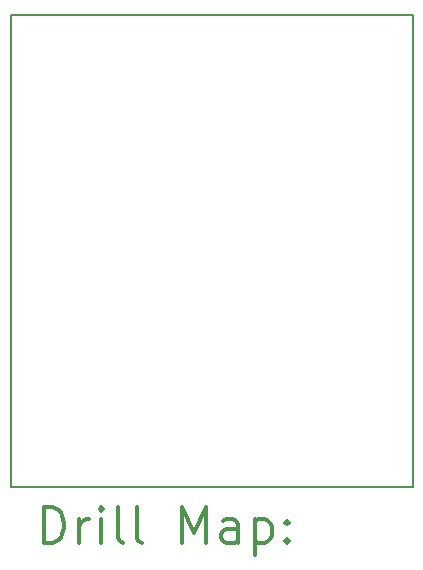
<source format=gbr>
%FSLAX45Y45*%
G04 Gerber Fmt 4.5, Leading zero omitted, Abs format (unit mm)*
G04 Created by KiCad (PCBNEW 5.0.2-bee76a0~70~ubuntu18.04.1) date Mi 24 Jul 2019 00:54:44 CEST*
%MOMM*%
%LPD*%
G01*
G04 APERTURE LIST*
%ADD10C,0.150000*%
%ADD11C,0.200000*%
%ADD12C,0.300000*%
G04 APERTURE END LIST*
D10*
X8300000Y-10000000D02*
X8300000Y-14000000D01*
X11700000Y-10000000D02*
X8300000Y-10000000D01*
X11700000Y-14000000D02*
X11700000Y-10000000D01*
X8300000Y-14000000D02*
X11700000Y-14000000D01*
D11*
D12*
X8578928Y-14473214D02*
X8578928Y-14173214D01*
X8650357Y-14173214D01*
X8693214Y-14187500D01*
X8721786Y-14216071D01*
X8736071Y-14244643D01*
X8750357Y-14301786D01*
X8750357Y-14344643D01*
X8736071Y-14401786D01*
X8721786Y-14430357D01*
X8693214Y-14458929D01*
X8650357Y-14473214D01*
X8578928Y-14473214D01*
X8878928Y-14473214D02*
X8878928Y-14273214D01*
X8878928Y-14330357D02*
X8893214Y-14301786D01*
X8907500Y-14287500D01*
X8936071Y-14273214D01*
X8964643Y-14273214D01*
X9064643Y-14473214D02*
X9064643Y-14273214D01*
X9064643Y-14173214D02*
X9050357Y-14187500D01*
X9064643Y-14201786D01*
X9078928Y-14187500D01*
X9064643Y-14173214D01*
X9064643Y-14201786D01*
X9250357Y-14473214D02*
X9221786Y-14458929D01*
X9207500Y-14430357D01*
X9207500Y-14173214D01*
X9407500Y-14473214D02*
X9378928Y-14458929D01*
X9364643Y-14430357D01*
X9364643Y-14173214D01*
X9750357Y-14473214D02*
X9750357Y-14173214D01*
X9850357Y-14387500D01*
X9950357Y-14173214D01*
X9950357Y-14473214D01*
X10221786Y-14473214D02*
X10221786Y-14316071D01*
X10207500Y-14287500D01*
X10178928Y-14273214D01*
X10121786Y-14273214D01*
X10093214Y-14287500D01*
X10221786Y-14458929D02*
X10193214Y-14473214D01*
X10121786Y-14473214D01*
X10093214Y-14458929D01*
X10078928Y-14430357D01*
X10078928Y-14401786D01*
X10093214Y-14373214D01*
X10121786Y-14358929D01*
X10193214Y-14358929D01*
X10221786Y-14344643D01*
X10364643Y-14273214D02*
X10364643Y-14573214D01*
X10364643Y-14287500D02*
X10393214Y-14273214D01*
X10450357Y-14273214D01*
X10478928Y-14287500D01*
X10493214Y-14301786D01*
X10507500Y-14330357D01*
X10507500Y-14416071D01*
X10493214Y-14444643D01*
X10478928Y-14458929D01*
X10450357Y-14473214D01*
X10393214Y-14473214D01*
X10364643Y-14458929D01*
X10636071Y-14444643D02*
X10650357Y-14458929D01*
X10636071Y-14473214D01*
X10621786Y-14458929D01*
X10636071Y-14444643D01*
X10636071Y-14473214D01*
X10636071Y-14287500D02*
X10650357Y-14301786D01*
X10636071Y-14316071D01*
X10621786Y-14301786D01*
X10636071Y-14287500D01*
X10636071Y-14316071D01*
M02*

</source>
